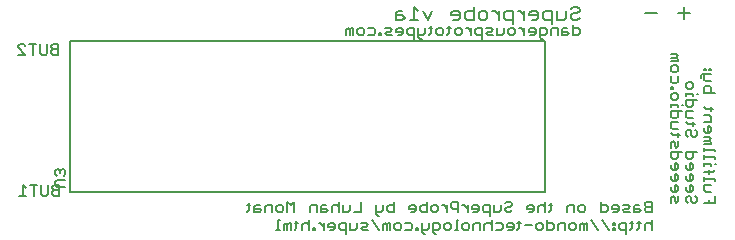
<source format=gbo>
G75*
G70*
%OFA0B0*%
%FSLAX24Y24*%
%IPPOS*%
%LPD*%
%AMOC8*
5,1,8,0,0,1.08239X$1,22.5*
%
%ADD10C,0.0060*%
%ADD11C,0.0050*%
%ADD12C,0.0080*%
D10*
X018107Y007612D02*
X018327Y007612D01*
X018400Y007686D01*
X018327Y007759D01*
X018107Y007759D01*
X018107Y007832D02*
X018107Y007612D01*
X018107Y007832D02*
X018180Y007906D01*
X018327Y007906D01*
X018714Y008053D02*
X018714Y007612D01*
X018860Y007612D02*
X018567Y007612D01*
X019027Y007906D02*
X019174Y007612D01*
X019321Y007906D01*
X018860Y007906D02*
X018714Y008053D01*
X019948Y007832D02*
X019948Y007759D01*
X020242Y007759D01*
X020242Y007686D02*
X020242Y007832D01*
X020168Y007906D01*
X020021Y007906D01*
X019948Y007832D01*
X020168Y007612D02*
X020242Y007686D01*
X020168Y007612D02*
X020021Y007612D01*
X020408Y007686D02*
X020408Y007832D01*
X020482Y007906D01*
X020702Y007906D01*
X020702Y008053D02*
X020702Y007612D01*
X020482Y007612D01*
X020408Y007686D01*
X020869Y007686D02*
X020942Y007612D01*
X021089Y007612D01*
X021162Y007686D01*
X021162Y007832D01*
X021089Y007906D01*
X020942Y007906D01*
X020869Y007832D01*
X020869Y007686D01*
X021326Y007906D02*
X021399Y007906D01*
X021546Y007759D01*
X021546Y007612D02*
X021546Y007906D01*
X021713Y007832D02*
X021713Y007686D01*
X021786Y007612D01*
X022006Y007612D01*
X022006Y007465D02*
X022006Y007906D01*
X021786Y007906D01*
X021713Y007832D01*
X022170Y007906D02*
X022243Y007906D01*
X022390Y007759D01*
X022390Y007612D02*
X022390Y007906D01*
X022557Y007832D02*
X022630Y007906D01*
X022777Y007906D01*
X022850Y007832D01*
X022850Y007686D01*
X022777Y007612D01*
X022630Y007612D01*
X022557Y007759D02*
X022850Y007759D01*
X023017Y007686D02*
X023090Y007612D01*
X023311Y007612D01*
X023311Y007465D02*
X023311Y007906D01*
X023090Y007906D01*
X023017Y007832D01*
X023017Y007686D01*
X023477Y007612D02*
X023477Y007906D01*
X023771Y007906D02*
X023771Y007686D01*
X023698Y007612D01*
X023477Y007612D01*
X023938Y007686D02*
X024011Y007612D01*
X024158Y007612D01*
X024231Y007686D01*
X024158Y007832D02*
X024011Y007832D01*
X023938Y007759D01*
X023938Y007686D01*
X024158Y007832D02*
X024231Y007906D01*
X024231Y007979D01*
X024158Y008053D01*
X024011Y008053D01*
X023938Y007979D01*
X022557Y007832D02*
X022557Y007759D01*
D11*
X005781Y001757D02*
X005548Y001757D01*
X005665Y001757D02*
X005665Y002107D01*
X005781Y001991D01*
X005916Y002107D02*
X006150Y002107D01*
X006033Y002107D02*
X006033Y001757D01*
X006284Y001816D02*
X006284Y002107D01*
X006518Y002107D02*
X006518Y001816D01*
X006460Y001757D01*
X006343Y001757D01*
X006284Y001816D01*
X006653Y001816D02*
X006711Y001757D01*
X006886Y001757D01*
X006886Y002107D01*
X006711Y002107D01*
X006653Y002049D01*
X006653Y001991D01*
X006711Y001932D01*
X006886Y001932D01*
X006801Y002033D02*
X006742Y002092D01*
X006742Y002208D01*
X006801Y002267D01*
X007092Y002267D01*
X007034Y002401D02*
X007092Y002460D01*
X007092Y002577D01*
X007034Y002635D01*
X006976Y002635D01*
X006917Y002577D01*
X006859Y002635D01*
X006801Y002635D01*
X006742Y002577D01*
X006742Y002460D01*
X006801Y002401D01*
X006917Y002518D02*
X006917Y002577D01*
X006801Y002033D02*
X007092Y002033D01*
X007252Y001863D02*
X023071Y001863D01*
X023071Y006902D01*
X007252Y006902D01*
X007252Y001863D01*
X006711Y001932D02*
X006653Y001874D01*
X006653Y001816D01*
X013138Y001441D02*
X013255Y001441D01*
X013196Y001499D02*
X013196Y001266D01*
X013138Y001207D01*
X013389Y001207D02*
X013564Y001207D01*
X013623Y001266D01*
X013564Y001324D01*
X013389Y001324D01*
X013389Y001382D02*
X013389Y001207D01*
X013758Y001207D02*
X013758Y001382D01*
X013816Y001441D01*
X013991Y001441D01*
X013991Y001207D01*
X014126Y001266D02*
X014126Y001382D01*
X014184Y001441D01*
X014301Y001441D01*
X014359Y001382D01*
X014359Y001266D01*
X014301Y001207D01*
X014184Y001207D01*
X014126Y001266D01*
X013564Y001441D02*
X013448Y001441D01*
X013389Y001382D01*
X014178Y000957D02*
X014178Y000607D01*
X014120Y000607D02*
X014237Y000607D01*
X014372Y000607D02*
X014372Y000782D01*
X014430Y000841D01*
X014488Y000782D01*
X014488Y000607D01*
X014605Y000607D02*
X014605Y000841D01*
X014547Y000841D01*
X014488Y000782D01*
X014734Y000841D02*
X014851Y000841D01*
X014792Y000899D02*
X014792Y000666D01*
X014734Y000607D01*
X014985Y000607D02*
X014985Y000782D01*
X015044Y000841D01*
X015161Y000841D01*
X015219Y000782D01*
X015345Y000666D02*
X015345Y000607D01*
X015403Y000607D01*
X015403Y000666D01*
X015345Y000666D01*
X015219Y000607D02*
X015219Y000957D01*
X015535Y000841D02*
X015593Y000841D01*
X015710Y000724D01*
X015710Y000607D02*
X015710Y000841D01*
X015845Y000782D02*
X015845Y000724D01*
X016078Y000724D01*
X016078Y000666D02*
X016078Y000782D01*
X016020Y000841D01*
X015903Y000841D01*
X015845Y000782D01*
X015903Y000607D02*
X016020Y000607D01*
X016078Y000666D01*
X016213Y000666D02*
X016271Y000607D01*
X016447Y000607D01*
X016447Y000490D02*
X016447Y000841D01*
X016271Y000841D01*
X016213Y000782D01*
X016213Y000666D01*
X016581Y000607D02*
X016581Y000841D01*
X016581Y000607D02*
X016757Y000607D01*
X016815Y000666D01*
X016815Y000841D01*
X016950Y000841D02*
X017125Y000841D01*
X017183Y000782D01*
X017125Y000724D01*
X017008Y000724D01*
X016950Y000666D01*
X017008Y000607D01*
X017183Y000607D01*
X017551Y000607D02*
X017318Y000957D01*
X017499Y001090D02*
X017557Y001090D01*
X017499Y001090D02*
X017441Y001149D01*
X017441Y001441D01*
X017674Y001441D02*
X017674Y001266D01*
X017616Y001207D01*
X017441Y001207D01*
X017809Y001266D02*
X017809Y001382D01*
X017867Y001441D01*
X018043Y001441D01*
X018043Y001557D02*
X018043Y001207D01*
X017867Y001207D01*
X017809Y001266D01*
X018546Y001324D02*
X018779Y001324D01*
X018779Y001266D02*
X018779Y001382D01*
X018721Y001441D01*
X018604Y001441D01*
X018546Y001382D01*
X018546Y001324D01*
X018604Y001207D02*
X018721Y001207D01*
X018779Y001266D01*
X018914Y001266D02*
X018972Y001207D01*
X019147Y001207D01*
X019147Y001557D01*
X019147Y001441D02*
X018972Y001441D01*
X018914Y001382D01*
X018914Y001266D01*
X019282Y001266D02*
X019341Y001207D01*
X019457Y001207D01*
X019516Y001266D01*
X019516Y001382D01*
X019457Y001441D01*
X019341Y001441D01*
X019282Y001382D01*
X019282Y001266D01*
X019648Y001441D02*
X019706Y001441D01*
X019823Y001324D01*
X019823Y001207D02*
X019823Y001441D01*
X019957Y001499D02*
X019957Y001382D01*
X020016Y001324D01*
X020191Y001324D01*
X020191Y001207D02*
X020191Y001557D01*
X020016Y001557D01*
X019957Y001499D01*
X020323Y001441D02*
X020381Y001441D01*
X020498Y001324D01*
X020498Y001207D02*
X020498Y001441D01*
X020633Y001382D02*
X020633Y001324D01*
X020866Y001324D01*
X020866Y001266D02*
X020866Y001382D01*
X020808Y001441D01*
X020691Y001441D01*
X020633Y001382D01*
X020808Y001207D02*
X020866Y001266D01*
X020808Y001207D02*
X020691Y001207D01*
X021001Y001266D02*
X021059Y001207D01*
X021234Y001207D01*
X021234Y001090D02*
X021234Y001441D01*
X021059Y001441D01*
X021001Y001382D01*
X021001Y001266D01*
X021369Y001207D02*
X021369Y001441D01*
X021603Y001441D02*
X021603Y001266D01*
X021544Y001207D01*
X021369Y001207D01*
X021296Y000957D02*
X021296Y000607D01*
X021431Y000607D02*
X021606Y000607D01*
X021664Y000666D01*
X021664Y000782D01*
X021606Y000841D01*
X021431Y000841D01*
X021296Y000782D02*
X021238Y000841D01*
X021121Y000841D01*
X021062Y000782D01*
X021062Y000607D01*
X020928Y000607D02*
X020928Y000841D01*
X020752Y000841D01*
X020694Y000782D01*
X020694Y000607D01*
X020559Y000666D02*
X020501Y000607D01*
X020384Y000607D01*
X020326Y000666D01*
X020326Y000782D01*
X020384Y000841D01*
X020501Y000841D01*
X020559Y000782D01*
X020559Y000666D01*
X020191Y000607D02*
X020074Y000607D01*
X020133Y000607D02*
X020133Y000957D01*
X020191Y000957D01*
X019945Y000782D02*
X019945Y000666D01*
X019887Y000607D01*
X019770Y000607D01*
X019712Y000666D01*
X019712Y000782D01*
X019770Y000841D01*
X019887Y000841D01*
X019945Y000782D01*
X019577Y000782D02*
X019577Y000666D01*
X019519Y000607D01*
X019344Y000607D01*
X019344Y000549D02*
X019344Y000841D01*
X019519Y000841D01*
X019577Y000782D01*
X019209Y000841D02*
X019209Y000666D01*
X019151Y000607D01*
X018975Y000607D01*
X018975Y000549D02*
X019034Y000490D01*
X019092Y000490D01*
X018975Y000549D02*
X018975Y000841D01*
X018841Y000666D02*
X018782Y000666D01*
X018782Y000607D01*
X018841Y000607D01*
X018841Y000666D01*
X018656Y000666D02*
X018598Y000607D01*
X018423Y000607D01*
X018288Y000666D02*
X018230Y000607D01*
X018113Y000607D01*
X018055Y000666D01*
X018055Y000782D01*
X018113Y000841D01*
X018230Y000841D01*
X018288Y000782D01*
X018288Y000666D01*
X018423Y000841D02*
X018598Y000841D01*
X018656Y000782D01*
X018656Y000666D01*
X019344Y000549D02*
X019402Y000490D01*
X019460Y000490D01*
X017920Y000607D02*
X017920Y000841D01*
X017861Y000841D01*
X017803Y000782D01*
X017745Y000841D01*
X017686Y000782D01*
X017686Y000607D01*
X017803Y000607D02*
X017803Y000782D01*
X016938Y001207D02*
X016704Y001207D01*
X016569Y001266D02*
X016511Y001207D01*
X016336Y001207D01*
X016336Y001441D01*
X016201Y001382D02*
X016143Y001441D01*
X016026Y001441D01*
X015967Y001382D01*
X015967Y001207D01*
X015833Y001266D02*
X015774Y001207D01*
X015599Y001207D01*
X015599Y001382D01*
X015658Y001441D01*
X015774Y001441D01*
X015774Y001324D02*
X015599Y001324D01*
X015774Y001324D02*
X015833Y001266D01*
X016201Y001207D02*
X016201Y001557D01*
X016569Y001441D02*
X016569Y001266D01*
X016938Y001207D02*
X016938Y001557D01*
X015464Y001441D02*
X015464Y001207D01*
X015231Y001207D02*
X015231Y001382D01*
X015289Y001441D01*
X015464Y001441D01*
X014728Y001557D02*
X014728Y001207D01*
X014494Y001207D02*
X014494Y001557D01*
X014611Y001441D01*
X014728Y001557D01*
X014237Y000957D02*
X014178Y000957D01*
X021738Y001266D02*
X021796Y001207D01*
X021913Y001207D01*
X021971Y001266D01*
X021913Y001382D02*
X021796Y001382D01*
X021738Y001324D01*
X021738Y001266D01*
X021913Y001382D02*
X021971Y001441D01*
X021971Y001499D01*
X021913Y001557D01*
X021796Y001557D01*
X021738Y001499D01*
X022474Y001382D02*
X022474Y001324D01*
X022708Y001324D01*
X022708Y001266D02*
X022708Y001382D01*
X022649Y001441D01*
X022533Y001441D01*
X022474Y001382D01*
X022649Y001207D02*
X022708Y001266D01*
X022649Y001207D02*
X022533Y001207D01*
X022842Y001207D02*
X022842Y001382D01*
X022901Y001441D01*
X023018Y001441D01*
X023076Y001382D01*
X023205Y001441D02*
X023321Y001441D01*
X023263Y001499D02*
X023263Y001266D01*
X023205Y001207D01*
X023076Y001207D02*
X023076Y001557D01*
X023825Y001382D02*
X023825Y001207D01*
X024058Y001207D02*
X024058Y001441D01*
X023883Y001441D01*
X023825Y001382D01*
X024193Y001382D02*
X024193Y001266D01*
X024251Y001207D01*
X024368Y001207D01*
X024426Y001266D01*
X024426Y001382D01*
X024368Y001441D01*
X024251Y001441D01*
X024193Y001382D01*
X024930Y001441D02*
X025105Y001441D01*
X025163Y001382D01*
X025163Y001266D01*
X025105Y001207D01*
X024930Y001207D01*
X024930Y001557D01*
X025298Y001382D02*
X025298Y001324D01*
X025531Y001324D01*
X025531Y001266D02*
X025531Y001382D01*
X025473Y001441D01*
X025356Y001441D01*
X025298Y001382D01*
X025473Y001207D02*
X025531Y001266D01*
X025473Y001207D02*
X025356Y001207D01*
X025666Y001266D02*
X025725Y001324D01*
X025841Y001324D01*
X025900Y001382D01*
X025841Y001441D01*
X025666Y001441D01*
X025666Y001266D02*
X025725Y001207D01*
X025900Y001207D01*
X026034Y001207D02*
X026210Y001207D01*
X026268Y001266D01*
X026210Y001324D01*
X026034Y001324D01*
X026034Y001382D02*
X026034Y001207D01*
X026403Y001266D02*
X026461Y001207D01*
X026636Y001207D01*
X026636Y001557D01*
X026461Y001557D01*
X026403Y001499D01*
X026403Y001441D01*
X026461Y001382D01*
X026636Y001382D01*
X026461Y001382D02*
X026403Y001324D01*
X026403Y001266D01*
X026210Y001441D02*
X026093Y001441D01*
X026034Y001382D01*
X025964Y000899D02*
X025964Y000666D01*
X025906Y000607D01*
X025777Y000607D02*
X025602Y000607D01*
X025543Y000666D01*
X025543Y000782D01*
X025602Y000841D01*
X025777Y000841D01*
X025777Y000490D01*
X025409Y000607D02*
X025409Y000666D01*
X025350Y000666D01*
X025350Y000607D01*
X025409Y000607D01*
X025224Y000607D02*
X024991Y000957D01*
X024623Y000957D02*
X024856Y000607D01*
X024488Y000607D02*
X024488Y000841D01*
X024430Y000841D01*
X024371Y000782D01*
X024313Y000841D01*
X024254Y000782D01*
X024254Y000607D01*
X024371Y000607D02*
X024371Y000782D01*
X024120Y000782D02*
X024120Y000666D01*
X024061Y000607D01*
X023944Y000607D01*
X023886Y000666D01*
X023886Y000782D01*
X023944Y000841D01*
X024061Y000841D01*
X024120Y000782D01*
X023751Y000841D02*
X023751Y000607D01*
X023518Y000607D02*
X023518Y000782D01*
X023576Y000841D01*
X023751Y000841D01*
X023383Y000782D02*
X023383Y000666D01*
X023325Y000607D01*
X023149Y000607D01*
X023149Y000957D01*
X023149Y000841D02*
X023325Y000841D01*
X023383Y000782D01*
X023015Y000782D02*
X023015Y000666D01*
X022956Y000607D01*
X022840Y000607D01*
X022781Y000666D01*
X022781Y000782D01*
X022840Y000841D01*
X022956Y000841D01*
X023015Y000782D01*
X022646Y000782D02*
X022413Y000782D01*
X022278Y000841D02*
X022161Y000841D01*
X022220Y000899D02*
X022220Y000666D01*
X022161Y000607D01*
X022033Y000666D02*
X021974Y000607D01*
X021857Y000607D01*
X021799Y000724D02*
X022033Y000724D01*
X022033Y000666D02*
X022033Y000782D01*
X021974Y000841D01*
X021857Y000841D01*
X021799Y000782D01*
X021799Y000724D01*
X025350Y000782D02*
X025409Y000782D01*
X025409Y000841D01*
X025350Y000841D01*
X025350Y000782D01*
X025906Y000841D02*
X026022Y000841D01*
X026151Y000841D02*
X026268Y000841D01*
X026210Y000899D02*
X026210Y000666D01*
X026151Y000607D01*
X026403Y000607D02*
X026403Y000782D01*
X026461Y000841D01*
X026578Y000841D01*
X026636Y000782D01*
X026636Y000957D02*
X026636Y000607D01*
X027286Y001507D02*
X027286Y001682D01*
X027345Y001741D01*
X027403Y001682D01*
X027403Y001566D01*
X027461Y001507D01*
X027520Y001566D01*
X027520Y001741D01*
X027461Y001876D02*
X027345Y001876D01*
X027286Y001934D01*
X027286Y002051D01*
X027403Y002109D02*
X027403Y001876D01*
X027461Y001876D02*
X027520Y001934D01*
X027520Y002051D01*
X027461Y002109D01*
X027403Y002109D01*
X027403Y002244D02*
X027403Y002477D01*
X027461Y002477D01*
X027520Y002419D01*
X027520Y002302D01*
X027461Y002244D01*
X027345Y002244D01*
X027286Y002302D01*
X027286Y002419D01*
X027345Y002612D02*
X027461Y002612D01*
X027520Y002670D01*
X027520Y002787D01*
X027461Y002846D01*
X027403Y002846D01*
X027403Y002612D01*
X027345Y002612D02*
X027286Y002670D01*
X027286Y002787D01*
X027345Y002980D02*
X027461Y002980D01*
X027520Y003039D01*
X027520Y003214D01*
X027637Y003214D02*
X027286Y003214D01*
X027286Y003039D01*
X027345Y002980D01*
X027786Y003039D02*
X027786Y003214D01*
X028137Y003214D01*
X028020Y003214D02*
X028020Y003039D01*
X027961Y002980D01*
X027845Y002980D01*
X027786Y003039D01*
X027903Y002846D02*
X027903Y002612D01*
X027961Y002612D02*
X028020Y002670D01*
X028020Y002787D01*
X027961Y002846D01*
X027903Y002846D01*
X027786Y002787D02*
X027786Y002670D01*
X027845Y002612D01*
X027961Y002612D01*
X027961Y002477D02*
X027903Y002477D01*
X027903Y002244D01*
X027961Y002244D02*
X028020Y002302D01*
X028020Y002419D01*
X027961Y002477D01*
X027786Y002419D02*
X027786Y002302D01*
X027845Y002244D01*
X027961Y002244D01*
X027961Y002109D02*
X027903Y002109D01*
X027903Y001876D01*
X027961Y001876D02*
X028020Y001934D01*
X028020Y002051D01*
X027961Y002109D01*
X027786Y002051D02*
X027786Y001934D01*
X027845Y001876D01*
X027961Y001876D01*
X027903Y001741D02*
X027845Y001741D01*
X027786Y001682D01*
X027786Y001566D01*
X027845Y001507D01*
X027961Y001566D02*
X027961Y001682D01*
X027903Y001741D01*
X028078Y001741D02*
X028137Y001682D01*
X028137Y001566D01*
X028078Y001507D01*
X028020Y001507D01*
X027961Y001566D01*
X028386Y001507D02*
X028737Y001507D01*
X028737Y001741D01*
X028620Y001876D02*
X028445Y001876D01*
X028386Y001934D01*
X028386Y002109D01*
X028620Y002109D01*
X028737Y002244D02*
X028737Y002302D01*
X028386Y002302D01*
X028386Y002244D02*
X028386Y002361D01*
X028386Y002548D02*
X028678Y002548D01*
X028737Y002606D01*
X028620Y002735D02*
X028620Y002793D01*
X028386Y002793D01*
X028386Y002735D02*
X028386Y002852D01*
X028386Y002980D02*
X028386Y003097D01*
X028386Y003039D02*
X028737Y003039D01*
X028737Y002980D01*
X028737Y002793D02*
X028795Y002793D01*
X028561Y002606D02*
X028561Y002489D01*
X028386Y003226D02*
X028386Y003343D01*
X028386Y003284D02*
X028737Y003284D01*
X028737Y003226D01*
X028620Y003471D02*
X028620Y003530D01*
X028561Y003588D01*
X028620Y003646D01*
X028561Y003705D01*
X028386Y003705D01*
X028386Y003588D02*
X028561Y003588D01*
X028620Y003471D02*
X028386Y003471D01*
X028137Y003775D02*
X028078Y003717D01*
X028020Y003717D01*
X027961Y003775D01*
X027961Y003892D01*
X027903Y003951D01*
X027845Y003951D01*
X027786Y003892D01*
X027786Y003775D01*
X027845Y003717D01*
X027578Y003775D02*
X027345Y003775D01*
X027286Y003834D01*
X027345Y003963D02*
X027286Y004021D01*
X027286Y004196D01*
X027520Y004196D01*
X027461Y004331D02*
X027345Y004331D01*
X027286Y004389D01*
X027286Y004564D01*
X027637Y004564D01*
X027520Y004564D02*
X027520Y004389D01*
X027461Y004331D01*
X027786Y004389D02*
X027786Y004564D01*
X028020Y004564D01*
X027961Y004699D02*
X028020Y004758D01*
X028020Y004933D01*
X028137Y004933D02*
X027786Y004933D01*
X027786Y004758D01*
X027845Y004699D01*
X027961Y004699D01*
X027695Y004758D02*
X027637Y004758D01*
X027520Y004758D02*
X027286Y004758D01*
X027286Y004816D02*
X027286Y004699D01*
X027520Y004699D02*
X027520Y004758D01*
X027461Y004945D02*
X027345Y004945D01*
X027286Y005003D01*
X027286Y005120D01*
X027345Y005178D01*
X027461Y005178D01*
X027520Y005120D01*
X027520Y005003D01*
X027461Y004945D01*
X027786Y005067D02*
X027786Y005184D01*
X027786Y005126D02*
X028020Y005126D01*
X028020Y005067D01*
X028137Y005126D02*
X028195Y005126D01*
X028386Y005190D02*
X028386Y005365D01*
X028445Y005424D01*
X028561Y005424D01*
X028620Y005365D01*
X028620Y005190D01*
X028737Y005190D02*
X028386Y005190D01*
X028020Y005371D02*
X027961Y005313D01*
X027845Y005313D01*
X027786Y005371D01*
X027786Y005488D01*
X027845Y005546D01*
X027961Y005546D01*
X028020Y005488D01*
X028020Y005371D01*
X028386Y005617D02*
X028445Y005558D01*
X028620Y005558D01*
X028386Y005617D02*
X028386Y005792D01*
X028328Y005792D02*
X028270Y005734D01*
X028270Y005675D01*
X028328Y005792D02*
X028620Y005792D01*
X028620Y005927D02*
X028561Y005927D01*
X028561Y005985D01*
X028620Y005985D01*
X028620Y005927D01*
X028445Y005927D02*
X028386Y005927D01*
X028386Y005985D01*
X028445Y005985D01*
X028445Y005927D01*
X027520Y005924D02*
X027461Y005865D01*
X027345Y005865D01*
X027286Y005924D01*
X027286Y006041D01*
X027345Y006099D01*
X027461Y006099D01*
X027520Y006041D01*
X027520Y005924D01*
X027520Y005731D02*
X027520Y005555D01*
X027461Y005497D01*
X027345Y005497D01*
X027286Y005555D01*
X027286Y005731D01*
X027286Y005371D02*
X027286Y005313D01*
X027345Y005313D01*
X027345Y005371D01*
X027286Y005371D01*
X028386Y004693D02*
X028445Y004635D01*
X028678Y004635D01*
X028620Y004576D02*
X028620Y004693D01*
X028561Y004441D02*
X028386Y004441D01*
X028561Y004441D02*
X028620Y004383D01*
X028620Y004208D01*
X028386Y004208D01*
X028503Y004073D02*
X028503Y003840D01*
X028561Y003840D02*
X028620Y003898D01*
X028620Y004015D01*
X028561Y004073D01*
X028503Y004073D01*
X028386Y004015D02*
X028386Y003898D01*
X028445Y003840D01*
X028561Y003840D01*
X028137Y003892D02*
X028137Y003775D01*
X028137Y003892D02*
X028078Y003951D01*
X028020Y004085D02*
X028020Y004202D01*
X028078Y004144D02*
X027845Y004144D01*
X027786Y004202D01*
X027845Y004331D02*
X027786Y004389D01*
X027845Y004331D02*
X028020Y004331D01*
X027520Y003963D02*
X027345Y003963D01*
X027520Y003834D02*
X027520Y003717D01*
X027520Y003582D02*
X027520Y003407D01*
X027461Y003349D01*
X027403Y003407D01*
X027403Y003524D01*
X027345Y003582D01*
X027286Y003524D01*
X027286Y003349D01*
X028561Y001624D02*
X028561Y001507D01*
X027520Y006234D02*
X027286Y006234D01*
X027286Y006350D02*
X027461Y006350D01*
X027520Y006409D01*
X027461Y006467D01*
X027286Y006467D01*
X027461Y006350D02*
X027520Y006292D01*
X027520Y006234D01*
X024236Y007166D02*
X024236Y007282D01*
X024178Y007341D01*
X024003Y007341D01*
X024003Y007457D02*
X024003Y007107D01*
X024178Y007107D01*
X024236Y007166D01*
X023868Y007166D02*
X023810Y007107D01*
X023634Y007107D01*
X023634Y007282D01*
X023693Y007341D01*
X023810Y007341D01*
X023810Y007224D02*
X023634Y007224D01*
X023810Y007224D02*
X023868Y007166D01*
X023500Y007107D02*
X023500Y007341D01*
X023325Y007341D01*
X023266Y007282D01*
X023266Y007107D01*
X023131Y007166D02*
X023073Y007107D01*
X022898Y007107D01*
X022898Y007049D02*
X022898Y007341D01*
X023073Y007341D01*
X023131Y007282D01*
X023131Y007166D01*
X022956Y006990D02*
X022898Y007049D01*
X022956Y006990D02*
X023015Y006990D01*
X022763Y007166D02*
X022705Y007107D01*
X022588Y007107D01*
X022530Y007224D02*
X022763Y007224D01*
X022763Y007282D02*
X022705Y007341D01*
X022588Y007341D01*
X022530Y007282D01*
X022530Y007224D01*
X022395Y007224D02*
X022278Y007341D01*
X022220Y007341D01*
X022088Y007282D02*
X022029Y007341D01*
X021913Y007341D01*
X021854Y007282D01*
X021854Y007166D01*
X021913Y007107D01*
X022029Y007107D01*
X022088Y007166D01*
X022088Y007282D01*
X022395Y007341D02*
X022395Y007107D01*
X022763Y007166D02*
X022763Y007282D01*
X021720Y007341D02*
X021720Y007166D01*
X021661Y007107D01*
X021486Y007107D01*
X021486Y007341D01*
X021351Y007282D02*
X021293Y007341D01*
X021118Y007341D01*
X021176Y007224D02*
X021293Y007224D01*
X021351Y007282D01*
X021351Y007107D02*
X021176Y007107D01*
X021118Y007166D01*
X021176Y007224D01*
X020983Y007341D02*
X020808Y007341D01*
X020749Y007282D01*
X020749Y007166D01*
X020808Y007107D01*
X020983Y007107D01*
X020983Y006990D02*
X020983Y007341D01*
X020615Y007341D02*
X020615Y007107D01*
X020615Y007224D02*
X020498Y007341D01*
X020439Y007341D01*
X020308Y007282D02*
X020249Y007341D01*
X020133Y007341D01*
X020074Y007282D01*
X020074Y007166D01*
X020133Y007107D01*
X020249Y007107D01*
X020308Y007166D01*
X020308Y007282D01*
X019939Y007341D02*
X019823Y007341D01*
X019881Y007399D02*
X019881Y007166D01*
X019823Y007107D01*
X019694Y007166D02*
X019636Y007107D01*
X019519Y007107D01*
X019460Y007166D01*
X019460Y007282D01*
X019519Y007341D01*
X019636Y007341D01*
X019694Y007282D01*
X019694Y007166D01*
X019326Y007341D02*
X019209Y007341D01*
X019267Y007399D02*
X019267Y007166D01*
X019209Y007107D01*
X019080Y007166D02*
X019022Y007107D01*
X018847Y007107D01*
X018847Y007049D02*
X018905Y006990D01*
X018963Y006990D01*
X018847Y007049D02*
X018847Y007341D01*
X018712Y007341D02*
X018537Y007341D01*
X018478Y007282D01*
X018478Y007166D01*
X018537Y007107D01*
X018712Y007107D01*
X018712Y006990D02*
X018712Y007341D01*
X019080Y007341D02*
X019080Y007166D01*
X018343Y007166D02*
X018285Y007107D01*
X018168Y007107D01*
X018110Y007224D02*
X018343Y007224D01*
X018343Y007282D02*
X018285Y007341D01*
X018168Y007341D01*
X018110Y007282D01*
X018110Y007224D01*
X017975Y007282D02*
X017917Y007341D01*
X017742Y007341D01*
X017800Y007224D02*
X017917Y007224D01*
X017975Y007282D01*
X017975Y007107D02*
X017800Y007107D01*
X017742Y007166D01*
X017800Y007224D01*
X017607Y007166D02*
X017607Y007107D01*
X017549Y007107D01*
X017549Y007166D01*
X017607Y007166D01*
X017423Y007166D02*
X017364Y007107D01*
X017189Y007107D01*
X017054Y007166D02*
X016996Y007107D01*
X016879Y007107D01*
X016821Y007166D01*
X016821Y007282D01*
X016879Y007341D01*
X016996Y007341D01*
X017054Y007282D01*
X017054Y007166D01*
X017189Y007341D02*
X017364Y007341D01*
X017423Y007282D01*
X017423Y007166D01*
X016686Y007107D02*
X016686Y007341D01*
X016628Y007341D01*
X016569Y007282D01*
X016511Y007341D01*
X016453Y007282D01*
X016453Y007107D01*
X016569Y007107D02*
X016569Y007282D01*
X018343Y007282D02*
X018343Y007166D01*
X006859Y006807D02*
X006859Y006457D01*
X006684Y006457D01*
X006626Y006516D01*
X006626Y006574D01*
X006684Y006632D01*
X006859Y006632D01*
X006684Y006632D02*
X006626Y006691D01*
X006626Y006749D01*
X006684Y006807D01*
X006859Y006807D01*
X006491Y006807D02*
X006491Y006516D01*
X006433Y006457D01*
X006316Y006457D01*
X006258Y006516D01*
X006258Y006807D01*
X006123Y006807D02*
X005889Y006807D01*
X006006Y006807D02*
X006006Y006457D01*
X005755Y006457D02*
X005521Y006691D01*
X005521Y006749D01*
X005579Y006807D01*
X005696Y006807D01*
X005755Y006749D01*
X005755Y006457D02*
X005521Y006457D01*
D12*
X026408Y007832D02*
X026821Y007832D01*
X027508Y007832D02*
X027921Y007832D01*
X027714Y008039D02*
X027714Y007626D01*
M02*

</source>
